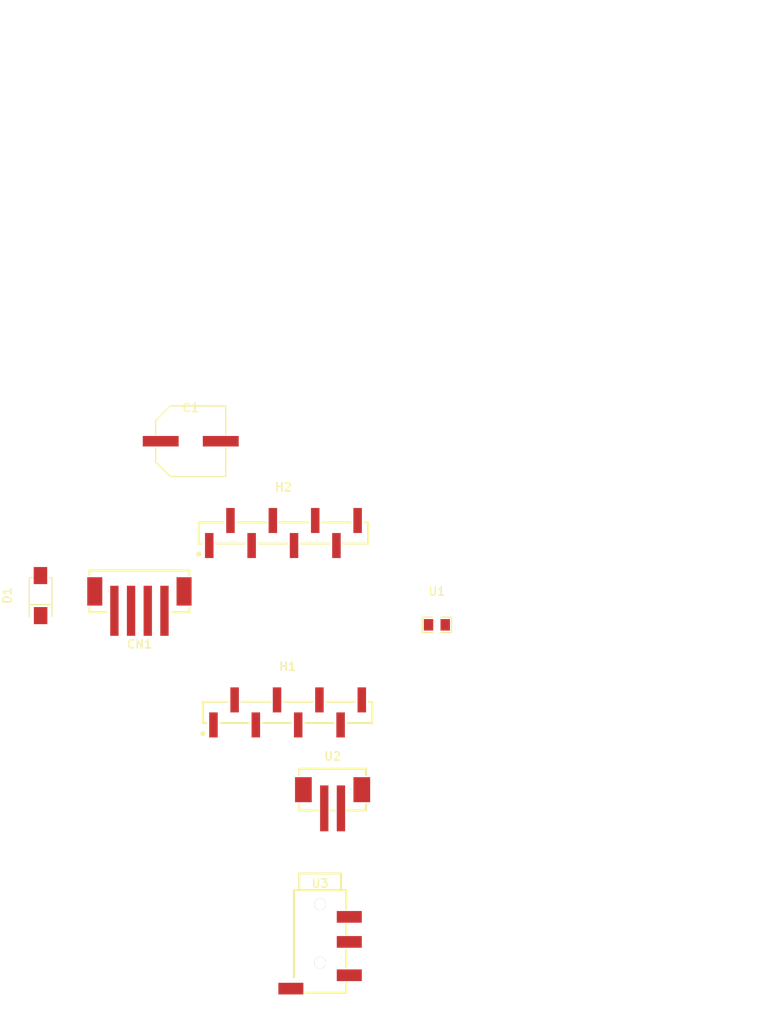
<source format=kicad_pcb>
(kicad_pcb (version 20241229) (generator "pcbnew") (generator_version "9.0")
  (layers (0 "F.Cu" signal) (2 "B.Cu" signal) (13 "F.Paste" user) (15 "B.Paste" user) (5 "F.SilkS" user "F.Silkscreen") (7 "B.SilkS" user "B.Silkscreen") (1 "F.Mask" user) (3 "B.Mask" user) (25 "Edge.Cuts" user))
  (net 0 "")
  (net 1 "footprint-_4-0")
  (net 2 "df_header_right-_5")
  (net 3 "footprint-_6")
  (net 4 "df_header_right-_4")
  (net 5 "df_header_right-_2")
  (net 6 "footprint-_3-1")
  (net 7 "footprint-_5")
  (net 8 "df_header_right-_3")
  (net 9 "df_header_right-_1")
  (net 10 "footprint-net-1")
  (net 11 "df_header_left-_2-0")
  (net 12 "df_header_left-_2-2")
  (net 13 "footprint-net-0")
  (net 14 "footprint-_3-0")
  (net 15 "gnd")
  (net 16 "df_header_left-_1-1")
  (net 17 "v_in_5v")
  (net 18 "footprint-_4-1")
  (net 19 "df_header_left-_2-1")
  (net 20 "v_dfplayer")
  (net 21 "df_header_left-_3")
  (net 22 "_7")
  (net 23 "df_header_left-_1-0")
  (net 24 "df_header_right-_6")
  (net 25 "footprint-net-2")
  (footprint "hanxia_HX_PM2_54_1x8P_TP_H8_5_ZQ:HDR-SMD_8P-P2.54-V-F-LS4.7" (layer "F.Cu") (at 152.61 81)
    (property "Reference" "H2" (at 0 -5.5 0) (layer "F.SilkS"))
    (property "Value" "")
    (fp_line (start -10.16 -1.27) (end -7.22 -1.27) (stroke (width 0.25)) (layer "F.SilkS"))
    (fp_line (start -10.16 1.27) (end -10.16 -1.27) (stroke (width 0.25)) (layer "F.SilkS"))
    (fp_line (start -9.75 1.27) (end -10.16 1.27) (stroke (width 0.25)) (layer "F.SilkS"))
    (fp_line (start -5.49 -1.27) (end -2.13 -1.27) (stroke (width 0.25)) (layer "F.SilkS"))
    (fp_line (start -4.67 1.27) (end -8.02 1.27) (stroke (width 0.25)) (layer "F.SilkS"))
    (fp_line (start -0.4 -1.27) (end 2.95 -1.27) (stroke (width 0.25)) (layer "F.SilkS"))
    (fp_line (start 0.4 1.27) (end -2.95 1.27) (stroke (width 0.25)) (layer "F.SilkS"))
    (fp_line (start 4.67 -1.27) (end 8.02 -1.27) (stroke (width 0.25)) (layer "F.SilkS"))
    (fp_line (start 5.49 1.27) (end 2.13 1.27) (stroke (width 0.25)) (layer "F.SilkS"))
    (fp_line (start 7.22 1.27) (end 10.15 1.27) (stroke (width 0.25)) (layer "F.SilkS"))
    (fp_line (start 10.15 -1.27) (end 9.75 -1.27) (stroke (width 0.25)) (layer "F.SilkS"))
    (fp_line (start 10.15 -1.27) (end 10.15 -0.51) (stroke (width 0.25)) (layer "F.SilkS"))
    (fp_line (start 10.15 -0.51) (end 10.15 1.27) (stroke (width 0.25)) (layer "F.SilkS"))
    (fp_circle (center -10.16 2.54) (end -10.01 2.54) (stroke (width 0.3)) (fill no) (layer "F.SilkS"))
    (fp_text user "${REFERENCE}" (at 0 -5.5 0) (layer "F.SilkS"))
    (pad "1" smd rect (at -8.89 1.5 180) (size 1.02 3) (layers "F.Cu" "F.Mask" "F.Paste") (net 9 "df_header_right-_1"))
    (pad "2" smd rect (at -6.35 -1.5 180) (size 1.02 3) (layers "F.Cu" "F.Mask" "F.Paste") (net 5 "df_header_right-_2"))
    (pad "3" smd rect (at -3.81 1.5 180) (size 1.02 3) (layers "F.Cu" "F.Mask" "F.Paste") (net 8 "df_header_right-_3"))
    (pad "4" smd rect (at -1.27 -1.5 180) (size 1.02 3) (layers "F.Cu" "F.Mask" "F.Paste") (net 4 "df_header_right-_4"))
    (pad "5" smd rect (at 1.27 1.5 180) (size 1.02 3) (layers "F.Cu" "F.Mask" "F.Paste") (net 2 "df_header_right-_5"))
    (pad "6" smd rect (at 3.81 -1.5 180) (size 1.02 3) (layers "F.Cu" "F.Mask" "F.Paste") (net 24 "df_header_right-_6"))
    (pad "7" smd rect (at 6.35 1.5 180) (size 1.02 3) (layers "F.Cu" "F.Mask" "F.Paste") (net 22 "_7"))
    (pad "8" smd rect (at 8.89 -1.5 180) (size 1.02 3) (layers "F.Cu" "F.Mask" "F.Paste") (net 15 "gnd"))
  )
  (footprint "JST_Sales_America_B4B_PH_SM4_TB_LF__SN:CONN-SMD_B4B-PH-SM4-TB-LF-SN" (layer "F.Cu") (at 135.35 89.16 180)
    (property "Reference" "CN1" (at 0 -5.16 0) (layer "F.SilkS"))
    (property "Value" "")
    (fp_line (start 6 3.67) (end -6 3.67) (stroke (width 0.25)) (layer "F.SilkS"))
    (fp_line (start 6 3.09) (end 6 3.67) (stroke (width 0.25)) (layer "F.SilkS"))
    (fp_line (start 6 -1.33) (end 6 -0.77) (stroke (width 0.25)) (layer "F.SilkS"))
    (fp_line (start 4 -1.33) (end 6 -1.33) (stroke (width 0.25)) (layer "F.SilkS"))
    (fp_line (start -6 3.67) (end -6 3.09) (stroke (width 0.25)) (layer "F.SilkS"))
    (fp_line (start -6 -1.33) (end -4 -1.33) (stroke (width 0.25)) (layer "F.SilkS"))
    (fp_line (start -6 -1.33) (end -6 -0.77) (stroke (width 0.25)) (layer "F.SilkS"))
    (fp_text user "${REFERENCE}" (at 0 -5.16 0) (layer "F.SilkS"))
    (pad "1" smd rect (at 3 -1.16) (size 1 6) (layers "F.Cu" "F.Mask" "F.Paste") (net 17 "v_in_5v"))
    (pad "2" smd rect (at 1 -1.16) (size 1 6) (layers "F.Cu" "F.Mask" "F.Paste") (net 15 "gnd"))
    (pad "3" smd rect (at -1 -1.16) (size 1 6) (layers "F.Cu" "F.Mask" "F.Paste") (net 14 "footprint-_3-0"))
    (pad "4" smd rect (at -3 -1.16) (size 1 6) (layers "F.Cu" "F.Mask" "F.Paste") (net 21 "df_header_left-_3"))
    (pad "5" smd rect (at -5.35 1.16 180) (size 1.8 3.4) (layers "F.Cu" "F.Mask" "F.Paste") (net 7 "footprint-_5"))
    (pad "6" smd rect (at 5.35 1.16 180) (size 1.8 3.4) (layers "F.Cu" "F.Mask" "F.Paste") (net 3 "footprint-_6"))
  )
  (footprint "hongjiacheng_M1:SMA_L4.3-W2.6-LS5.0-RD" (layer "F.Cu") (at 123.5 88.5 90)
    (property "Reference" "D1" (at 0 -4.01 90) (layer "F.SilkS"))
    (property "Value" "")
    (fp_line (start -1.08 -1.36) (end -1.08 1.36) (stroke (width 0.15)) (layer "F.SilkS"))
    (fp_line (start -2.53 -1.36) (end 2.16 -1.35) (stroke (width 0.15)) (layer "F.SilkS"))
    (fp_line (start 2.16 -1.27) (end 2.16 -0.92) (stroke (width 0.15)) (layer "F.SilkS"))
    (fp_line (start 2.16 1.36) (end 2.16 1.01) (stroke (width 0.15)) (layer "F.SilkS"))
    (fp_line (start -2.5 1.36) (end 2.16 1.36) (stroke (width 0.15)) (layer "F.SilkS"))
    (fp_text user "${REFERENCE}" (at 0 -4.01 90) (layer "F.SilkS"))
    (pad "1" smd rect (at -2.4 0.01 90) (size 2.05 1.62) (layers "F.Cu" "F.Mask" "F.Paste") (net 20 "v_dfplayer"))
    (pad "2" smd rect (at 2.4 -0.01 270) (size 2.05 1.62) (layers "F.Cu" "F.Mask" "F.Paste") (net 17 "v_in_5v"))
  )
  (footprint "UNI_ROYAL_0805W8F1001T5E:R0805" (layer "F.Cu") (at 171 92)
    (property "Reference" "U1" (at 0 -4 0) (layer "F.SilkS"))
    (property "Value" "1kΩ ±1% 125mW")
    (fp_line (start -1.76 -0.92) (end -0.48 -0.92) (stroke (width 0.15)) (layer "F.SilkS"))
    (fp_line (start -1.76 0.92) (end -1.76 -0.92) (stroke (width 0.15)) (layer "F.SilkS"))
    (fp_line (start -0.48 0.92) (end -1.76 0.92) (stroke (width 0.15)) (layer "F.SilkS"))
    (fp_line (start 0.48 0.92) (end 1.76 0.92) (stroke (width 0.15)) (layer "F.SilkS"))
    (fp_line (start 1.76 -0.92) (end 0.48 -0.92) (stroke (width 0.15)) (layer "F.SilkS"))
    (fp_line (start 1.76 0.92) (end 1.76 -0.92) (stroke (width 0.15)) (layer "F.SilkS"))
    (fp_text user "${REFERENCE}" (at 0 -4 0) (layer "F.SilkS"))
    (pad "1" smd rect (at -1 0) (size 1.13 1.38) (layers "F.Cu" "F.Mask" "F.Paste") (net 13 "footprint-net-0"))
    (pad "2" smd rect (at 1 0) (size 1.13 1.38) (layers "F.Cu" "F.Mask" "F.Paste") (net 10 "footprint-net-1"))
  )
  (footprint "hanxia_HX_PM2_54_1x8P_TP_H8_5_ZQ:HDR-SMD_8P-P2.54-V-F-LS4.7" (layer "F.Cu") (at 153.11 102.5)
    (property "Reference" "H1" (at 0 -5.5 0) (layer "F.SilkS"))
    (property "Value" "")
    (fp_line (start -10.16 -1.27) (end -7.22 -1.27) (stroke (width 0.25)) (layer "F.SilkS"))
    (fp_line (start -10.16 1.27) (end -10.16 -1.27) (stroke (width 0.25)) (layer "F.SilkS"))
    (fp_line (start -9.75 1.27) (end -10.16 1.27) (stroke (width 0.25)) (layer "F.SilkS"))
    (fp_line (start -5.49 -1.27) (end -2.13 -1.27) (stroke (width 0.25)) (layer "F.SilkS"))
    (fp_line (start -4.67 1.27) (end -8.02 1.27) (stroke (width 0.25)) (layer "F.SilkS"))
    (fp_line (start -0.4 -1.27) (end 2.95 -1.27) (stroke (width 0.25)) (layer "F.SilkS"))
    (fp_line (start 0.4 1.27) (end -2.95 1.27) (stroke (width 0.25)) (layer "F.SilkS"))
    (fp_line (start 4.67 -1.27) (end 8.02 -1.27) (stroke (width 0.25)) (layer "F.SilkS"))
    (fp_line (start 5.49 1.27) (end 2.13 1.27) (stroke (width 0.25)) (layer "F.SilkS"))
    (fp_line (start 7.22 1.27) (end 10.15 1.27) (stroke (width 0.25)) (layer "F.SilkS"))
    (fp_line (start 10.15 -1.27) (end 9.75 -1.27) (stroke (width 0.25)) (layer "F.SilkS"))
    (fp_line (start 10.15 -1.27) (end 10.15 -0.51) (stroke (width 0.25)) (layer "F.SilkS"))
    (fp_line (start 10.15 -0.51) (end 10.15 1.27) (stroke (width 0.25)) (layer "F.SilkS"))
    (fp_circle (center -10.16 2.54) (end -10.01 2.54) (stroke (width 0.3)) (fill no) (layer "F.SilkS"))
    (fp_text user "${REFERENCE}" (at 0 -5.5 0) (layer "F.SilkS"))
    (pad "1" smd rect (at -8.89 1.5 180) (size 1.02 3) (layers "F.Cu" "F.Mask" "F.Paste") (net 20 "v_dfplayer"))
    (pad "2" smd rect (at -6.35 -1.5 180) (size 1.02 3) (layers "F.Cu" "F.Mask" "F.Paste") (net 11 "df_header_left-_2-0"))
    (pad "3" smd rect (at -3.81 1.5 180) (size 1.02 3) (layers "F.Cu" "F.Mask" "F.Paste") (net 21 "df_header_left-_3"))
    (pad "4" smd rect (at -1.27 -1.5 180) (size 1.02 3) (layers "F.Cu" "F.Mask" "F.Paste") (net 23 "df_header_left-_1-0"))
    (pad "5" smd rect (at 1.27 1.5 180) (size 1.02 3) (layers "F.Cu" "F.Mask" "F.Paste") (net 19 "df_header_left-_2-1"))
    (pad "6" smd rect (at 3.81 -1.5 180) (size 1.02 3) (layers "F.Cu" "F.Mask" "F.Paste") (net 16 "df_header_left-_1-1"))
    (pad "7" smd rect (at 6.35 1.5 180) (size 1.02 3) (layers "F.Cu" "F.Mask" "F.Paste") (net 12 "df_header_left-_2-2"))
    (pad "8" smd rect (at 8.89 -1.5 180) (size 1.02 3) (layers "F.Cu" "F.Mask" "F.Paste") (net 15 "gnd"))
  )
  (footprint "JST_Sales_America_B2B_PH_SM4_TBT_LF__SN:CONN-SMD_B2B-PH-SM4-TBT-LF-SN" (layer "F.Cu") (at 158.5 112.88)
    (property "Reference" "U2" (at 0 -5.12 0) (layer "F.SilkS"))
    (property "Value" "")
    (fp_line (start -4 -3.63) (end -4 -2.86) (stroke (width 0.25)) (layer "F.SilkS"))
    (fp_line (start -4 -3.63) (end 4 -3.63) (stroke (width 0.25)) (layer "F.SilkS"))
    (fp_line (start -4 0.6) (end -4 1.37) (stroke (width 0.25)) (layer "F.SilkS"))
    (fp_line (start -4 1.37) (end -1.73 1.37) (stroke (width 0.25)) (layer "F.SilkS"))
    (fp_line (start -0.27 1.37) (end 0.27 1.37) (stroke (width 0.25)) (layer "F.SilkS"))
    (fp_line (start 1.73 1.37) (end 4 1.37) (stroke (width 0.25)) (layer "F.SilkS"))
    (fp_line (start 4 -2.86) (end 4 -3.63) (stroke (width 0.25)) (layer "F.SilkS"))
    (fp_line (start 4 1.37) (end 4 0.6) (stroke (width 0.25)) (layer "F.SilkS"))
    (fp_text user "${REFERENCE}" (at 0 -5.12 0) (layer "F.SilkS"))
    (pad "1" smd rect (at -1 1.12) (size 1 5.5) (layers "F.Cu" "F.Mask" "F.Paste") (net 16 "df_header_left-_1-1"))
    (pad "2" smd rect (at 1 1.12) (size 1 5.5) (layers "F.Cu" "F.Mask" "F.Paste") (net 12 "df_header_left-_2-2"))
    (pad "3" smd rect (at 3.5 -1.12) (size 2 3) (layers "F.Cu" "F.Mask" "F.Paste") (net 6 "footprint-_3-1"))
    (pad "4" smd rect (at -3.5 -1.12) (size 2 3) (layers "F.Cu" "F.Mask" "F.Paste") (net 1 "footprint-_4-0"))
  )
  (footprint "PANASONIC_EEEFK1A471AP:CAP-SMD_BD8.0-L8.3-W8.3-LS9.9-FD" (layer "F.Cu") (at 141.5 70)
    (property "Reference" "C1" (at 0 -4 0) (layer "F.SilkS"))
    (property "Value" "")
    (fp_line (start -4.2 -2.49) (end -4.2 -0.78) (stroke (width 0.15)) (layer "F.SilkS"))
    (fp_line (start -4.2 2.49) (end -4.2 0.78) (stroke (width 0.15)) (layer "F.SilkS"))
    (fp_line (start -2.46 -4.23) (end -4.2 -2.49) (stroke (width 0.15)) (layer "F.SilkS"))
    (fp_line (start -2.46 4.23) (end -4.2 2.49) (stroke (width 0.15)) (layer "F.SilkS"))
    (fp_line (start 4.2 -4.23) (end -2.46 -4.23) (stroke (width 0.15)) (layer "F.SilkS"))
    (fp_line (start 4.2 -0.78) (end 4.2 -4.23) (stroke (width 0.15)) (layer "F.SilkS"))
    (fp_line (start 4.2 0.78) (end 4.2 4.23) (stroke (width 0.15)) (layer "F.SilkS"))
    (fp_line (start 4.2 4.23) (end -2.46 4.23) (stroke (width 0.15)) (layer "F.SilkS"))
    (fp_text user "${REFERENCE}" (at 0 -4 0) (layer "F.SilkS"))
    (pad "1" smd rect (at -3.6 0) (size 4.3 1.26) (layers "F.Cu" "F.Mask" "F.Paste") (net 20 "v_dfplayer"))
    (pad "2" smd rect (at 3.6 0) (size 4.3 1.26) (layers "F.Cu" "F.Mask" "F.Paste") (net 15 "gnd"))
  )
  (footprint "HanElectricity_PJ_320D:AUDIO-SMD_HANELECTRICITY_PJ-320D" (layer "F.Cu") (at 157 131.3)
    (property "Reference" "U3" (at 0 -8.3 0) (layer "F.SilkS"))
    (property "Value" "")
    (fp_line (start -3.12 -7.5) (end -3.12 2.94) (stroke (width 0.25)) (layer "F.SilkS"))
    (fp_line (start -2.5 -9.5) (end -2.5 -7.5) (stroke (width 0.25)) (layer "F.SilkS"))
    (fp_line (start -2.5 -9.5) (end 2.5 -9.5) (stroke (width 0.25)) (layer "F.SilkS"))
    (fp_line (start 2.5 -7.5) (end 2.5 -9.5) (stroke (width 0.25)) (layer "F.SilkS"))
    (fp_line (start 3.13 -7.5) (end -3.12 -7.5) (stroke (width 0.25)) (layer "F.SilkS"))
    (fp_line (start 3.13 -7.49) (end 3.13 -5.23) (stroke (width 0.25)) (layer "F.SilkS"))
    (fp_line (start 3.13 -3.37) (end 3.13 -2.23) (stroke (width 0.25)) (layer "F.SilkS"))
    (fp_line (start 3.13 -0.37) (end 3.13 1.77) (stroke (width 0.25)) (layer "F.SilkS"))
    (fp_line (start 3.13 3.63) (end 3.13 4.8) (stroke (width 0.25)) (layer "F.SilkS"))
    (fp_line (start 3.13 4.8) (end -1.77 4.8) (stroke (width 0.25)) (layer "F.SilkS"))
    (fp_text user "${REFERENCE}" (at 0 -8.3 0) (layer "F.SilkS"))
    (pad "" thru_hole circle (at 0 -5.8) (size 1.4 1.4) (drill 1.4) (layers "*.Cu" "*.Mask") (net 25 "footprint-net-2"))
    (pad "" thru_hole circle (at 0 1.2) (size 1.4 1.4) (drill 1.4) (layers "*.Cu" "*.Mask") (net 25 "footprint-net-2"))
    (pad "1" smd rect (at -3.5 4.3) (size 3 1.4) (layers "F.Cu" "F.Mask" "F.Paste") (net 23 "df_header_left-_1-0"))
    (pad "2" smd rect (at 3.5 -4.3) (size 3 1.4) (layers "F.Cu" "F.Mask" "F.Paste") (net 19 "df_header_left-_2-1"))
    (pad "3" smd rect (at 3.5 -1.3) (size 3 1.4) (layers "F.Cu" "F.Mask" "F.Paste") (net 15 "gnd"))
    (pad "4" smd rect (at 3.5 2.7) (size 3 1.4) (layers "F.Cu" "F.Mask" "F.Paste") (net 18 "footprint-_4-1"))
  )
)
</source>
